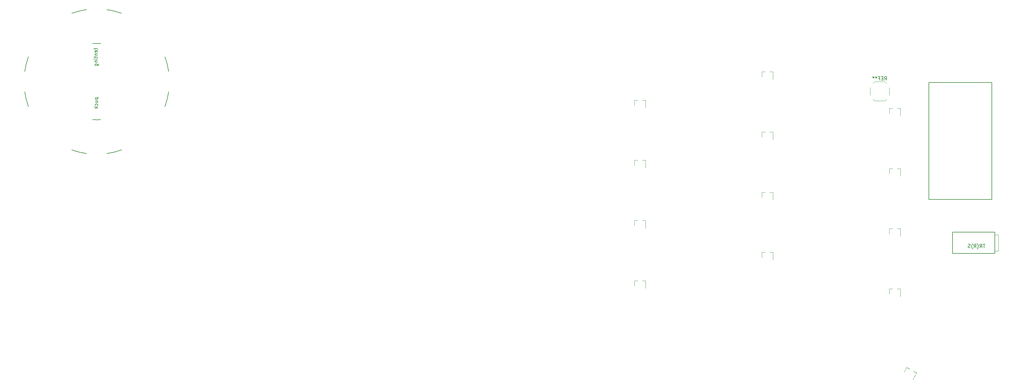
<source format=gbr>
%TF.GenerationSoftware,KiCad,Pcbnew,7.0.6*%
%TF.CreationDate,2023-11-22T22:17:55+08:00*%
%TF.ProjectId,handfull,68616e64-6675-46c6-9c2e-6b696361645f,rev?*%
%TF.SameCoordinates,Original*%
%TF.FileFunction,Legend,Bot*%
%TF.FilePolarity,Positive*%
%FSLAX46Y46*%
G04 Gerber Fmt 4.6, Leading zero omitted, Abs format (unit mm)*
G04 Created by KiCad (PCBNEW 7.0.6) date 2023-11-22 22:17:55*
%MOMM*%
%LPD*%
G01*
G04 APERTURE LIST*
%ADD10C,0.153000*%
%ADD11C,0.150000*%
%ADD12C,0.120000*%
%ADD13C,0.200000*%
G04 APERTURE END LIST*
D10*
X173043333Y-46914663D02*
X173376666Y-46438472D01*
X173614761Y-46914663D02*
X173614761Y-45914663D01*
X173614761Y-45914663D02*
X173233809Y-45914663D01*
X173233809Y-45914663D02*
X173138571Y-45962282D01*
X173138571Y-45962282D02*
X173090952Y-46009901D01*
X173090952Y-46009901D02*
X173043333Y-46105139D01*
X173043333Y-46105139D02*
X173043333Y-46247996D01*
X173043333Y-46247996D02*
X173090952Y-46343234D01*
X173090952Y-46343234D02*
X173138571Y-46390853D01*
X173138571Y-46390853D02*
X173233809Y-46438472D01*
X173233809Y-46438472D02*
X173614761Y-46438472D01*
X172614761Y-46390853D02*
X172281428Y-46390853D01*
X172138571Y-46914663D02*
X172614761Y-46914663D01*
X172614761Y-46914663D02*
X172614761Y-45914663D01*
X172614761Y-45914663D02*
X172138571Y-45914663D01*
X171376666Y-46390853D02*
X171709999Y-46390853D01*
X171709999Y-46914663D02*
X171709999Y-45914663D01*
X171709999Y-45914663D02*
X171233809Y-45914663D01*
X170709999Y-45914663D02*
X170709999Y-46152758D01*
X170948094Y-46057520D02*
X170709999Y-46152758D01*
X170709999Y-46152758D02*
X170471904Y-46057520D01*
X170852856Y-46343234D02*
X170709999Y-46152758D01*
X170709999Y-46152758D02*
X170567142Y-46343234D01*
X169948094Y-45914663D02*
X169948094Y-46152758D01*
X170186189Y-46057520D02*
X169948094Y-46152758D01*
X169948094Y-46152758D02*
X169709999Y-46057520D01*
X170090951Y-46343234D02*
X169948094Y-46152758D01*
X169948094Y-46152758D02*
X169805237Y-46343234D01*
D11*
X201448571Y-93214819D02*
X200877143Y-93214819D01*
X201162857Y-94214819D02*
X201162857Y-93214819D01*
X199972381Y-94214819D02*
X200305714Y-93738628D01*
X200543809Y-94214819D02*
X200543809Y-93214819D01*
X200543809Y-93214819D02*
X200162857Y-93214819D01*
X200162857Y-93214819D02*
X200067619Y-93262438D01*
X200067619Y-93262438D02*
X200020000Y-93310057D01*
X200020000Y-93310057D02*
X199972381Y-93405295D01*
X199972381Y-93405295D02*
X199972381Y-93548152D01*
X199972381Y-93548152D02*
X200020000Y-93643390D01*
X200020000Y-93643390D02*
X200067619Y-93691009D01*
X200067619Y-93691009D02*
X200162857Y-93738628D01*
X200162857Y-93738628D02*
X200543809Y-93738628D01*
X199258095Y-94595771D02*
X199305714Y-94548152D01*
X199305714Y-94548152D02*
X199400952Y-94405295D01*
X199400952Y-94405295D02*
X199448571Y-94310057D01*
X199448571Y-94310057D02*
X199496190Y-94167200D01*
X199496190Y-94167200D02*
X199543809Y-93929104D01*
X199543809Y-93929104D02*
X199543809Y-93738628D01*
X199543809Y-93738628D02*
X199496190Y-93500533D01*
X199496190Y-93500533D02*
X199448571Y-93357676D01*
X199448571Y-93357676D02*
X199400952Y-93262438D01*
X199400952Y-93262438D02*
X199305714Y-93119580D01*
X199305714Y-93119580D02*
X199258095Y-93071961D01*
X198305714Y-94214819D02*
X198639047Y-93738628D01*
X198877142Y-94214819D02*
X198877142Y-93214819D01*
X198877142Y-93214819D02*
X198496190Y-93214819D01*
X198496190Y-93214819D02*
X198400952Y-93262438D01*
X198400952Y-93262438D02*
X198353333Y-93310057D01*
X198353333Y-93310057D02*
X198305714Y-93405295D01*
X198305714Y-93405295D02*
X198305714Y-93548152D01*
X198305714Y-93548152D02*
X198353333Y-93643390D01*
X198353333Y-93643390D02*
X198400952Y-93691009D01*
X198400952Y-93691009D02*
X198496190Y-93738628D01*
X198496190Y-93738628D02*
X198877142Y-93738628D01*
X197972380Y-94595771D02*
X197924761Y-94548152D01*
X197924761Y-94548152D02*
X197829523Y-94405295D01*
X197829523Y-94405295D02*
X197781904Y-94310057D01*
X197781904Y-94310057D02*
X197734285Y-94167200D01*
X197734285Y-94167200D02*
X197686666Y-93929104D01*
X197686666Y-93929104D02*
X197686666Y-93738628D01*
X197686666Y-93738628D02*
X197734285Y-93500533D01*
X197734285Y-93500533D02*
X197781904Y-93357676D01*
X197781904Y-93357676D02*
X197829523Y-93262438D01*
X197829523Y-93262438D02*
X197924761Y-93119580D01*
X197924761Y-93119580D02*
X197972380Y-93071961D01*
X197258094Y-94167200D02*
X197115237Y-94214819D01*
X197115237Y-94214819D02*
X196877142Y-94214819D01*
X196877142Y-94214819D02*
X196781904Y-94167200D01*
X196781904Y-94167200D02*
X196734285Y-94119580D01*
X196734285Y-94119580D02*
X196686666Y-94024342D01*
X196686666Y-94024342D02*
X196686666Y-93929104D01*
X196686666Y-93929104D02*
X196734285Y-93833866D01*
X196734285Y-93833866D02*
X196781904Y-93786247D01*
X196781904Y-93786247D02*
X196877142Y-93738628D01*
X196877142Y-93738628D02*
X197067618Y-93691009D01*
X197067618Y-93691009D02*
X197162856Y-93643390D01*
X197162856Y-93643390D02*
X197210475Y-93595771D01*
X197210475Y-93595771D02*
X197258094Y-93500533D01*
X197258094Y-93500533D02*
X197258094Y-93405295D01*
X197258094Y-93405295D02*
X197210475Y-93310057D01*
X197210475Y-93310057D02*
X197162856Y-93262438D01*
X197162856Y-93262438D02*
X197067618Y-93214819D01*
X197067618Y-93214819D02*
X196829523Y-93214819D01*
X196829523Y-93214819D02*
X196686666Y-93262438D01*
X-49870847Y-37908500D02*
X-49870847Y-38289452D01*
X-50204180Y-38051357D02*
X-49347038Y-38051357D01*
X-49347038Y-38051357D02*
X-49251800Y-38098976D01*
X-49251800Y-38098976D02*
X-49204180Y-38194214D01*
X-49204180Y-38194214D02*
X-49204180Y-38289452D01*
X-49251800Y-39003738D02*
X-49204180Y-38908500D01*
X-49204180Y-38908500D02*
X-49204180Y-38718024D01*
X-49204180Y-38718024D02*
X-49251800Y-38622786D01*
X-49251800Y-38622786D02*
X-49347038Y-38575167D01*
X-49347038Y-38575167D02*
X-49727990Y-38575167D01*
X-49727990Y-38575167D02*
X-49823228Y-38622786D01*
X-49823228Y-38622786D02*
X-49870847Y-38718024D01*
X-49870847Y-38718024D02*
X-49870847Y-38908500D01*
X-49870847Y-38908500D02*
X-49823228Y-39003738D01*
X-49823228Y-39003738D02*
X-49727990Y-39051357D01*
X-49727990Y-39051357D02*
X-49632752Y-39051357D01*
X-49632752Y-39051357D02*
X-49537514Y-38575167D01*
X-49870847Y-39479929D02*
X-49204180Y-39479929D01*
X-49775609Y-39479929D02*
X-49823228Y-39527548D01*
X-49823228Y-39527548D02*
X-49870847Y-39622786D01*
X-49870847Y-39622786D02*
X-49870847Y-39765643D01*
X-49870847Y-39765643D02*
X-49823228Y-39860881D01*
X-49823228Y-39860881D02*
X-49727990Y-39908500D01*
X-49727990Y-39908500D02*
X-49204180Y-39908500D01*
X-49870847Y-40241834D02*
X-49870847Y-40622786D01*
X-50204180Y-40384691D02*
X-49347038Y-40384691D01*
X-49347038Y-40384691D02*
X-49251800Y-40432310D01*
X-49251800Y-40432310D02*
X-49204180Y-40527548D01*
X-49204180Y-40527548D02*
X-49204180Y-40622786D01*
X-49204180Y-40956120D02*
X-49870847Y-40956120D01*
X-50204180Y-40956120D02*
X-50156561Y-40908501D01*
X-50156561Y-40908501D02*
X-50108942Y-40956120D01*
X-50108942Y-40956120D02*
X-50156561Y-41003739D01*
X-50156561Y-41003739D02*
X-50204180Y-40956120D01*
X-50204180Y-40956120D02*
X-50108942Y-40956120D01*
X-49870847Y-41432310D02*
X-49204180Y-41432310D01*
X-49775609Y-41432310D02*
X-49823228Y-41479929D01*
X-49823228Y-41479929D02*
X-49870847Y-41575167D01*
X-49870847Y-41575167D02*
X-49870847Y-41718024D01*
X-49870847Y-41718024D02*
X-49823228Y-41813262D01*
X-49823228Y-41813262D02*
X-49727990Y-41860881D01*
X-49727990Y-41860881D02*
X-49204180Y-41860881D01*
X-49870847Y-42765643D02*
X-49061323Y-42765643D01*
X-49061323Y-42765643D02*
X-48966085Y-42718024D01*
X-48966085Y-42718024D02*
X-48918466Y-42670405D01*
X-48918466Y-42670405D02*
X-48870847Y-42575167D01*
X-48870847Y-42575167D02*
X-48870847Y-42432310D01*
X-48870847Y-42432310D02*
X-48918466Y-42337072D01*
X-49251800Y-42765643D02*
X-49204180Y-42670405D01*
X-49204180Y-42670405D02*
X-49204180Y-42479929D01*
X-49204180Y-42479929D02*
X-49251800Y-42384691D01*
X-49251800Y-42384691D02*
X-49299419Y-42337072D01*
X-49299419Y-42337072D02*
X-49394657Y-42289453D01*
X-49394657Y-42289453D02*
X-49680371Y-42289453D01*
X-49680371Y-42289453D02*
X-49775609Y-42337072D01*
X-49775609Y-42337072D02*
X-49823228Y-42384691D01*
X-49823228Y-42384691D02*
X-49870847Y-42479929D01*
X-49870847Y-42479929D02*
X-49870847Y-42670405D01*
X-49870847Y-42670405D02*
X-49823228Y-42765643D01*
X-49807347Y-51862500D02*
X-48807347Y-51862500D01*
X-49759728Y-51862500D02*
X-49807347Y-51957738D01*
X-49807347Y-51957738D02*
X-49807347Y-52148214D01*
X-49807347Y-52148214D02*
X-49759728Y-52243452D01*
X-49759728Y-52243452D02*
X-49712109Y-52291071D01*
X-49712109Y-52291071D02*
X-49616871Y-52338690D01*
X-49616871Y-52338690D02*
X-49331157Y-52338690D01*
X-49331157Y-52338690D02*
X-49235919Y-52291071D01*
X-49235919Y-52291071D02*
X-49188300Y-52243452D01*
X-49188300Y-52243452D02*
X-49140680Y-52148214D01*
X-49140680Y-52148214D02*
X-49140680Y-51957738D01*
X-49140680Y-51957738D02*
X-49188300Y-51862500D01*
X-49807347Y-53195833D02*
X-49140680Y-53195833D01*
X-49807347Y-52767262D02*
X-49283538Y-52767262D01*
X-49283538Y-52767262D02*
X-49188300Y-52814881D01*
X-49188300Y-52814881D02*
X-49140680Y-52910119D01*
X-49140680Y-52910119D02*
X-49140680Y-53052976D01*
X-49140680Y-53052976D02*
X-49188300Y-53148214D01*
X-49188300Y-53148214D02*
X-49235919Y-53195833D01*
X-49188300Y-54100595D02*
X-49140680Y-54005357D01*
X-49140680Y-54005357D02*
X-49140680Y-53814881D01*
X-49140680Y-53814881D02*
X-49188300Y-53719643D01*
X-49188300Y-53719643D02*
X-49235919Y-53672024D01*
X-49235919Y-53672024D02*
X-49331157Y-53624405D01*
X-49331157Y-53624405D02*
X-49616871Y-53624405D01*
X-49616871Y-53624405D02*
X-49712109Y-53672024D01*
X-49712109Y-53672024D02*
X-49759728Y-53719643D01*
X-49759728Y-53719643D02*
X-49807347Y-53814881D01*
X-49807347Y-53814881D02*
X-49807347Y-54005357D01*
X-49807347Y-54005357D02*
X-49759728Y-54100595D01*
X-49140680Y-54529167D02*
X-50140680Y-54529167D01*
X-49521633Y-54624405D02*
X-49140680Y-54910119D01*
X-49807347Y-54910119D02*
X-49426395Y-54529167D01*
D12*
%TO.C,SW2*%
X170260000Y-47340000D02*
X169770000Y-47830000D01*
X168990000Y-51100000D02*
X168990000Y-49020000D01*
X174430000Y-51100000D02*
X174430000Y-49020000D01*
X173160000Y-52780000D02*
X173650000Y-52290000D01*
X170260000Y-52780000D02*
X169770000Y-52290000D01*
X173160000Y-52780000D02*
X170260000Y-52780000D01*
X173160000Y-47340000D02*
X170260000Y-47340000D01*
X173160000Y-47340000D02*
X173650000Y-47830000D01*
D11*
%TO.C,U2*%
X203405000Y-47553224D02*
X185625000Y-47553224D01*
X185625000Y-47553224D02*
X185625000Y-80573224D01*
X203405000Y-80573224D02*
X203405000Y-47553224D01*
X185625000Y-80573224D02*
X203405000Y-80573224D01*
D12*
%TO.C,D4*%
X102420000Y-103540000D02*
X102420000Y-105000000D01*
X105580000Y-103540000D02*
X105580000Y-105700000D01*
X105580000Y-103540000D02*
X104650000Y-103540000D01*
X102420000Y-103540000D02*
X103350000Y-103540000D01*
%TO.C,D10*%
X174420000Y-54840000D02*
X174420000Y-56300000D01*
X177580000Y-54840000D02*
X177580000Y-57000000D01*
X177580000Y-54840000D02*
X176650000Y-54840000D01*
X174420000Y-54840000D02*
X175350000Y-54840000D01*
D11*
%TO.C,J5*%
X192260000Y-89820000D02*
X204260000Y-89820000D01*
X192260000Y-95820000D02*
X192260000Y-89820000D01*
X204260000Y-95820000D02*
X192260000Y-95820000D01*
X204260000Y-89820000D02*
X204260000Y-95820000D01*
D12*
X204260000Y-90570000D02*
X205260000Y-90570000D01*
X205260000Y-90570000D02*
X205260000Y-95170000D01*
X205260000Y-95170000D02*
X204260000Y-95170000D01*
%TO.C,D14*%
X179333935Y-128035878D02*
X178644034Y-129322593D01*
X182118880Y-129529090D02*
X181098204Y-131432723D01*
X182118880Y-129529090D02*
X181299260Y-129089632D01*
X179333935Y-128035878D02*
X180153555Y-128475336D01*
%TO.C,D1*%
X102420000Y-52540000D02*
X102420000Y-54000000D01*
X105580000Y-52540000D02*
X105580000Y-54700000D01*
X105580000Y-52540000D02*
X104650000Y-52540000D01*
X102420000Y-52540000D02*
X103350000Y-52540000D01*
%TO.C,D5*%
X138420000Y-95540000D02*
X138420000Y-97000000D01*
X141580000Y-95540000D02*
X141580000Y-97700000D01*
X141580000Y-95540000D02*
X140650000Y-95540000D01*
X138420000Y-95540000D02*
X139350000Y-95540000D01*
D13*
%TO.C,H13*%
X-30118866Y-54338048D02*
G75*
G03*
X-29085000Y-50187500I-19286134J7008048D01*
G01*
X-56413045Y-66616135D02*
G75*
G03*
X-52262500Y-67650000I7008045J19286135D01*
G01*
X-42396951Y-28043867D02*
G75*
G03*
X-46547500Y-27010000I-7008049J-19286133D01*
G01*
X-68691135Y-40321956D02*
G75*
G03*
X-69725000Y-44472500I19286255J-7008074D01*
G01*
X-48276615Y-36594137D02*
G75*
G03*
X-49405000Y-36535000I-1128385J-10735763D01*
G01*
X-52262500Y-27010000D02*
G75*
G03*
X-56413046Y-28043865I2857500J-20320000D01*
G01*
X-29085000Y-44472500D02*
G75*
G03*
X-30118866Y-40321952I-20320000J-2857500D01*
G01*
X-69725000Y-50187500D02*
G75*
G03*
X-68691135Y-54338046I20320000J2857500D01*
G01*
X-50533385Y-58065864D02*
G75*
G03*
X-49405000Y-58125000I1128379J10735785D01*
G01*
X-49405000Y-36535001D02*
G75*
G03*
X-50533385Y-36594137I-6J-10794920D01*
G01*
X-46547500Y-67650000D02*
G75*
G03*
X-42396955Y-66616135I-2857506J20320019D01*
G01*
X-49405000Y-58125000D02*
G75*
G03*
X-48276615Y-58065863I0J10794900D01*
G01*
D12*
%TO.C,D6*%
X138420000Y-44540000D02*
X138420000Y-46000000D01*
X141580000Y-44540000D02*
X141580000Y-46700000D01*
X141580000Y-44540000D02*
X140650000Y-44540000D01*
X138420000Y-44540000D02*
X139350000Y-44540000D01*
%TO.C,D8*%
X138420000Y-78540000D02*
X138420000Y-80000000D01*
X141580000Y-78540000D02*
X141580000Y-80700000D01*
X141580000Y-78540000D02*
X140650000Y-78540000D01*
X138420000Y-78540000D02*
X139350000Y-78540000D01*
%TO.C,D11*%
X174420000Y-71840000D02*
X174420000Y-73300000D01*
X177580000Y-71840000D02*
X177580000Y-74000000D01*
X177580000Y-71840000D02*
X176650000Y-71840000D01*
X174420000Y-71840000D02*
X175350000Y-71840000D01*
%TO.C,D9*%
X174420000Y-105840000D02*
X174420000Y-107300000D01*
X177580000Y-105840000D02*
X177580000Y-108000000D01*
X177580000Y-105840000D02*
X176650000Y-105840000D01*
X174420000Y-105840000D02*
X175350000Y-105840000D01*
%TO.C,D2*%
X102420000Y-69540000D02*
X102420000Y-71000000D01*
X105580000Y-69540000D02*
X105580000Y-71700000D01*
X105580000Y-69540000D02*
X104650000Y-69540000D01*
X102420000Y-69540000D02*
X103350000Y-69540000D01*
%TO.C,D3*%
X102420000Y-86540000D02*
X102420000Y-88000000D01*
X105580000Y-86540000D02*
X105580000Y-88700000D01*
X105580000Y-86540000D02*
X104650000Y-86540000D01*
X102420000Y-86540000D02*
X103350000Y-86540000D01*
%TO.C,D7*%
X138420000Y-61540000D02*
X138420000Y-63000000D01*
X141580000Y-61540000D02*
X141580000Y-63700000D01*
X141580000Y-61540000D02*
X140650000Y-61540000D01*
X138420000Y-61540000D02*
X139350000Y-61540000D01*
%TO.C,D12*%
X174420000Y-88840000D02*
X174420000Y-90300000D01*
X177580000Y-88840000D02*
X177580000Y-91000000D01*
X177580000Y-88840000D02*
X176650000Y-88840000D01*
X174420000Y-88840000D02*
X175350000Y-88840000D01*
%TD*%
M02*

</source>
